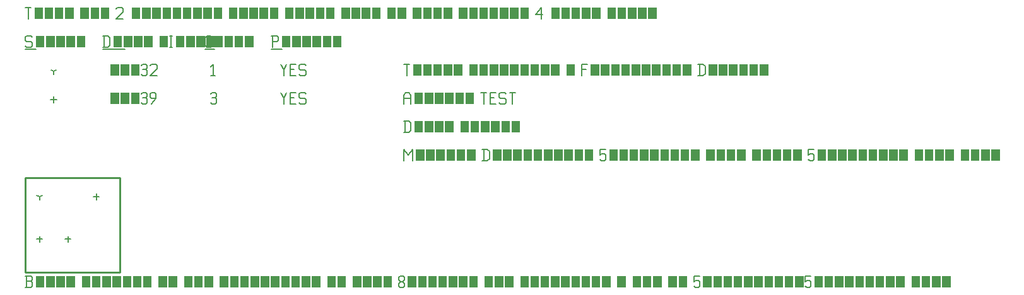
<source format=gbr>
G04 start of page 7 for group -1 layer_idx 16777221 *
G04 Title: (unknown), <virtual group> *
G04 Creator: <version>
G04 CreationDate: <date>
G04 For: TEST *
G04 Format: Gerber/RS-274X *
G04 PCB-Dimensions: 50000 50000 *
G04 PCB-Coordinate-Origin: lower left *
%MOIN*%
%FSLAX25Y25*%
%LNFAB*%
%ADD36C,0.0100*%
%ADD35C,0.0001*%
%ADD34C,0.0060*%
%ADD33C,0.0080*%
G54D33*X37500Y41600D02*Y38400D01*
X35900Y40000D02*X39100D01*
X7500Y19100D02*Y15900D01*
X5900Y17500D02*X9100D01*
X22500Y19100D02*Y15900D01*
X20900Y17500D02*X24100D01*
X15000Y92850D02*Y89650D01*
X13400Y91250D02*X16600D01*
G54D34*X135000Y95000D02*X136500Y92000D01*
X138000Y95000D01*
X136500Y92000D02*Y89000D01*
X139800Y92300D02*X142050D01*
X139800Y89000D02*X142800D01*
X139800Y95000D02*Y89000D01*
Y95000D02*X142800D01*
X147600D02*X148350Y94250D01*
X145350Y95000D02*X147600D01*
X144600Y94250D02*X145350Y95000D01*
X144600Y94250D02*Y92750D01*
X145350Y92000D01*
X147600D01*
X148350Y91250D01*
Y89750D01*
X147600Y89000D02*X148350Y89750D01*
X145350Y89000D02*X147600D01*
X144600Y89750D02*X145350Y89000D01*
X98000Y94250D02*X98750Y95000D01*
X100250D01*
X101000Y94250D01*
X100250Y89000D02*X101000Y89750D01*
X98750Y89000D02*X100250D01*
X98000Y89750D02*X98750Y89000D01*
Y92300D02*X100250D01*
X101000Y94250D02*Y93050D01*
Y91550D02*Y89750D01*
Y91550D02*X100250Y92300D01*
X101000Y93050D02*X100250Y92300D01*
G54D35*G36*
X45000Y95000D02*Y89000D01*
X49500D01*
Y95000D01*
X45000D01*
G37*
G36*
X50400D02*Y89000D01*
X54900D01*
Y95000D01*
X50400D01*
G37*
G36*
X55800D02*Y89000D01*
X60300D01*
Y95000D01*
X55800D01*
G37*
G54D34*X61200Y94250D02*X61950Y95000D01*
X63450D01*
X64200Y94250D01*
X63450Y89000D02*X64200Y89750D01*
X61950Y89000D02*X63450D01*
X61200Y89750D02*X61950Y89000D01*
Y92300D02*X63450D01*
X64200Y94250D02*Y93050D01*
Y91550D02*Y89750D01*
Y91550D02*X63450Y92300D01*
X64200Y93050D02*X63450Y92300D01*
X66750Y89000D02*X69000Y92000D01*
Y94250D02*Y92000D01*
X68250Y95000D02*X69000Y94250D01*
X66750Y95000D02*X68250D01*
X66000Y94250D02*X66750Y95000D01*
X66000Y94250D02*Y92750D01*
X66750Y92000D01*
X69000D01*
X7500Y40000D02*Y38400D01*
Y40000D02*X8887Y40800D01*
X7500Y40000D02*X6113Y40800D01*
X15000Y106250D02*Y104650D01*
Y106250D02*X16387Y107050D01*
X15000Y106250D02*X13613Y107050D01*
X135000Y110000D02*X136500Y107000D01*
X138000Y110000D01*
X136500Y107000D02*Y104000D01*
X139800Y107300D02*X142050D01*
X139800Y104000D02*X142800D01*
X139800Y110000D02*Y104000D01*
Y110000D02*X142800D01*
X147600D02*X148350Y109250D01*
X145350Y110000D02*X147600D01*
X144600Y109250D02*X145350Y110000D01*
X144600Y109250D02*Y107750D01*
X145350Y107000D01*
X147600D01*
X148350Y106250D01*
Y104750D01*
X147600Y104000D02*X148350Y104750D01*
X145350Y104000D02*X147600D01*
X144600Y104750D02*X145350Y104000D01*
X98000Y108800D02*X99200Y110000D01*
Y104000D01*
X98000D02*X100250D01*
G54D35*G36*
X45000Y110000D02*Y104000D01*
X49500D01*
Y110000D01*
X45000D01*
G37*
G36*
X50400D02*Y104000D01*
X54900D01*
Y110000D01*
X50400D01*
G37*
G36*
X55800D02*Y104000D01*
X60300D01*
Y110000D01*
X55800D01*
G37*
G54D34*X61200Y109250D02*X61950Y110000D01*
X63450D01*
X64200Y109250D01*
X63450Y104000D02*X64200Y104750D01*
X61950Y104000D02*X63450D01*
X61200Y104750D02*X61950Y104000D01*
Y107300D02*X63450D01*
X64200Y109250D02*Y108050D01*
Y106550D02*Y104750D01*
Y106550D02*X63450Y107300D01*
X64200Y108050D02*X63450Y107300D01*
X66000Y109250D02*X66750Y110000D01*
X69000D01*
X69750Y109250D01*
Y107750D01*
X66000Y104000D02*X69750Y107750D01*
X66000Y104000D02*X69750D01*
X3000Y125000D02*X3750Y124250D01*
X750Y125000D02*X3000D01*
X0Y124250D02*X750Y125000D01*
X0Y124250D02*Y122750D01*
X750Y122000D01*
X3000D01*
X3750Y121250D01*
Y119750D01*
X3000Y119000D02*X3750Y119750D01*
X750Y119000D02*X3000D01*
X0Y119750D02*X750Y119000D01*
G54D35*G36*
X5550Y125000D02*Y119000D01*
X10050D01*
Y125000D01*
X5550D01*
G37*
G36*
X10950D02*Y119000D01*
X15450D01*
Y125000D01*
X10950D01*
G37*
G36*
X16350D02*Y119000D01*
X20850D01*
Y125000D01*
X16350D01*
G37*
G36*
X21750D02*Y119000D01*
X26250D01*
Y125000D01*
X21750D01*
G37*
G36*
X27150D02*Y119000D01*
X31650D01*
Y125000D01*
X27150D01*
G37*
G54D34*X0Y118000D02*X5550D01*
X41750Y125000D02*Y119000D01*
X43700Y125000D02*X44750Y123950D01*
Y120050D01*
X43700Y119000D02*X44750Y120050D01*
X41000Y119000D02*X43700D01*
X41000Y125000D02*X43700D01*
G54D35*G36*
X46550D02*Y119000D01*
X51050D01*
Y125000D01*
X46550D01*
G37*
G36*
X51950D02*Y119000D01*
X56450D01*
Y125000D01*
X51950D01*
G37*
G36*
X57350D02*Y119000D01*
X61850D01*
Y125000D01*
X57350D01*
G37*
G36*
X62750D02*Y119000D01*
X67250D01*
Y125000D01*
X62750D01*
G37*
G36*
X70850D02*Y119000D01*
X75350D01*
Y125000D01*
X70850D01*
G37*
G54D34*X76250D02*X77750D01*
X77000D02*Y119000D01*
X76250D02*X77750D01*
G54D35*G36*
X79550Y125000D02*Y119000D01*
X84050D01*
Y125000D01*
X79550D01*
G37*
G36*
X84950D02*Y119000D01*
X89450D01*
Y125000D01*
X84950D01*
G37*
G36*
X90350D02*Y119000D01*
X94850D01*
Y125000D01*
X90350D01*
G37*
G36*
X95750D02*Y119000D01*
X100250D01*
Y125000D01*
X95750D01*
G37*
G54D34*X41000Y118000D02*X52550D01*
X96050Y119000D02*X98000D01*
X95000Y120050D02*X96050Y119000D01*
X95000Y123950D02*Y120050D01*
Y123950D02*X96050Y125000D01*
X98000D01*
G54D35*G36*
X99800D02*Y119000D01*
X104300D01*
Y125000D01*
X99800D01*
G37*
G36*
X105200D02*Y119000D01*
X109700D01*
Y125000D01*
X105200D01*
G37*
G36*
X110600D02*Y119000D01*
X115100D01*
Y125000D01*
X110600D01*
G37*
G36*
X116000D02*Y119000D01*
X120500D01*
Y125000D01*
X116000D01*
G37*
G54D34*X95000Y118000D02*X99800D01*
X130750Y125000D02*Y119000D01*
X130000Y125000D02*X133000D01*
X133750Y124250D01*
Y122750D01*
X133000Y122000D02*X133750Y122750D01*
X130750Y122000D02*X133000D01*
G54D35*G36*
X135550Y125000D02*Y119000D01*
X140050D01*
Y125000D01*
X135550D01*
G37*
G36*
X140950D02*Y119000D01*
X145450D01*
Y125000D01*
X140950D01*
G37*
G36*
X146350D02*Y119000D01*
X150850D01*
Y125000D01*
X146350D01*
G37*
G36*
X151750D02*Y119000D01*
X156250D01*
Y125000D01*
X151750D01*
G37*
G36*
X157150D02*Y119000D01*
X161650D01*
Y125000D01*
X157150D01*
G37*
G36*
X162550D02*Y119000D01*
X167050D01*
Y125000D01*
X162550D01*
G37*
G54D34*X130000Y118000D02*X135550D01*
X0Y140000D02*X3000D01*
X1500D02*Y134000D01*
G54D35*G36*
X4800Y140000D02*Y134000D01*
X9300D01*
Y140000D01*
X4800D01*
G37*
G36*
X10200D02*Y134000D01*
X14700D01*
Y140000D01*
X10200D01*
G37*
G36*
X15600D02*Y134000D01*
X20100D01*
Y140000D01*
X15600D01*
G37*
G36*
X21000D02*Y134000D01*
X25500D01*
Y140000D01*
X21000D01*
G37*
G36*
X29100D02*Y134000D01*
X33600D01*
Y140000D01*
X29100D01*
G37*
G36*
X34500D02*Y134000D01*
X39000D01*
Y140000D01*
X34500D01*
G37*
G36*
X39900D02*Y134000D01*
X44400D01*
Y140000D01*
X39900D01*
G37*
G54D34*X48000Y139250D02*X48750Y140000D01*
X51000D01*
X51750Y139250D01*
Y137750D01*
X48000Y134000D02*X51750Y137750D01*
X48000Y134000D02*X51750D01*
G54D35*G36*
X56250Y140000D02*Y134000D01*
X60750D01*
Y140000D01*
X56250D01*
G37*
G36*
X61650D02*Y134000D01*
X66150D01*
Y140000D01*
X61650D01*
G37*
G36*
X67050D02*Y134000D01*
X71550D01*
Y140000D01*
X67050D01*
G37*
G36*
X72450D02*Y134000D01*
X76950D01*
Y140000D01*
X72450D01*
G37*
G36*
X77850D02*Y134000D01*
X82350D01*
Y140000D01*
X77850D01*
G37*
G36*
X83250D02*Y134000D01*
X87750D01*
Y140000D01*
X83250D01*
G37*
G36*
X88650D02*Y134000D01*
X93150D01*
Y140000D01*
X88650D01*
G37*
G36*
X94050D02*Y134000D01*
X98550D01*
Y140000D01*
X94050D01*
G37*
G36*
X99450D02*Y134000D01*
X103950D01*
Y140000D01*
X99450D01*
G37*
G36*
X107550D02*Y134000D01*
X112050D01*
Y140000D01*
X107550D01*
G37*
G36*
X112950D02*Y134000D01*
X117450D01*
Y140000D01*
X112950D01*
G37*
G36*
X118350D02*Y134000D01*
X122850D01*
Y140000D01*
X118350D01*
G37*
G36*
X123750D02*Y134000D01*
X128250D01*
Y140000D01*
X123750D01*
G37*
G36*
X129150D02*Y134000D01*
X133650D01*
Y140000D01*
X129150D01*
G37*
G36*
X137250D02*Y134000D01*
X141750D01*
Y140000D01*
X137250D01*
G37*
G36*
X142650D02*Y134000D01*
X147150D01*
Y140000D01*
X142650D01*
G37*
G36*
X148050D02*Y134000D01*
X152550D01*
Y140000D01*
X148050D01*
G37*
G36*
X153450D02*Y134000D01*
X157950D01*
Y140000D01*
X153450D01*
G37*
G36*
X158850D02*Y134000D01*
X163350D01*
Y140000D01*
X158850D01*
G37*
G36*
X166950D02*Y134000D01*
X171450D01*
Y140000D01*
X166950D01*
G37*
G36*
X172350D02*Y134000D01*
X176850D01*
Y140000D01*
X172350D01*
G37*
G36*
X177750D02*Y134000D01*
X182250D01*
Y140000D01*
X177750D01*
G37*
G36*
X183150D02*Y134000D01*
X187650D01*
Y140000D01*
X183150D01*
G37*
G36*
X191250D02*Y134000D01*
X195750D01*
Y140000D01*
X191250D01*
G37*
G36*
X196650D02*Y134000D01*
X201150D01*
Y140000D01*
X196650D01*
G37*
G36*
X204750D02*Y134000D01*
X209250D01*
Y140000D01*
X204750D01*
G37*
G36*
X210150D02*Y134000D01*
X214650D01*
Y140000D01*
X210150D01*
G37*
G36*
X215550D02*Y134000D01*
X220050D01*
Y140000D01*
X215550D01*
G37*
G36*
X220950D02*Y134000D01*
X225450D01*
Y140000D01*
X220950D01*
G37*
G36*
X229050D02*Y134000D01*
X233550D01*
Y140000D01*
X229050D01*
G37*
G36*
X234450D02*Y134000D01*
X238950D01*
Y140000D01*
X234450D01*
G37*
G36*
X239850D02*Y134000D01*
X244350D01*
Y140000D01*
X239850D01*
G37*
G36*
X245250D02*Y134000D01*
X249750D01*
Y140000D01*
X245250D01*
G37*
G36*
X250650D02*Y134000D01*
X255150D01*
Y140000D01*
X250650D01*
G37*
G36*
X256050D02*Y134000D01*
X260550D01*
Y140000D01*
X256050D01*
G37*
G36*
X261450D02*Y134000D01*
X265950D01*
Y140000D01*
X261450D01*
G37*
G54D34*X269550Y136250D02*X272550Y140000D01*
X269550Y136250D02*X273300D01*
X272550Y140000D02*Y134000D01*
G54D35*G36*
X277800Y140000D02*Y134000D01*
X282300D01*
Y140000D01*
X277800D01*
G37*
G36*
X283200D02*Y134000D01*
X287700D01*
Y140000D01*
X283200D01*
G37*
G36*
X288600D02*Y134000D01*
X293100D01*
Y140000D01*
X288600D01*
G37*
G36*
X294000D02*Y134000D01*
X298500D01*
Y140000D01*
X294000D01*
G37*
G36*
X299400D02*Y134000D01*
X303900D01*
Y140000D01*
X299400D01*
G37*
G36*
X307500D02*Y134000D01*
X312000D01*
Y140000D01*
X307500D01*
G37*
G36*
X312900D02*Y134000D01*
X317400D01*
Y140000D01*
X312900D01*
G37*
G36*
X318300D02*Y134000D01*
X322800D01*
Y140000D01*
X318300D01*
G37*
G36*
X323700D02*Y134000D01*
X328200D01*
Y140000D01*
X323700D01*
G37*
G36*
X329100D02*Y134000D01*
X333600D01*
Y140000D01*
X329100D01*
G37*
G54D36*X0Y50000D02*X50000D01*
X0D02*Y0D01*
X50000Y50000D02*Y0D01*
X0D02*X50000D01*
G54D34*X200000Y65000D02*Y59000D01*
Y65000D02*X202250Y62000D01*
X204500Y65000D01*
Y59000D01*
G54D35*G36*
X206300Y65000D02*Y59000D01*
X210800D01*
Y65000D01*
X206300D01*
G37*
G36*
X211700D02*Y59000D01*
X216200D01*
Y65000D01*
X211700D01*
G37*
G36*
X217100D02*Y59000D01*
X221600D01*
Y65000D01*
X217100D01*
G37*
G36*
X222500D02*Y59000D01*
X227000D01*
Y65000D01*
X222500D01*
G37*
G36*
X227900D02*Y59000D01*
X232400D01*
Y65000D01*
X227900D01*
G37*
G36*
X233300D02*Y59000D01*
X237800D01*
Y65000D01*
X233300D01*
G37*
G54D34*X242150D02*Y59000D01*
X244100Y65000D02*X245150Y63950D01*
Y60050D01*
X244100Y59000D02*X245150Y60050D01*
X241400Y59000D02*X244100D01*
X241400Y65000D02*X244100D01*
G54D35*G36*
X246950D02*Y59000D01*
X251450D01*
Y65000D01*
X246950D01*
G37*
G36*
X252350D02*Y59000D01*
X256850D01*
Y65000D01*
X252350D01*
G37*
G36*
X257750D02*Y59000D01*
X262250D01*
Y65000D01*
X257750D01*
G37*
G36*
X263150D02*Y59000D01*
X267650D01*
Y65000D01*
X263150D01*
G37*
G36*
X268550D02*Y59000D01*
X273050D01*
Y65000D01*
X268550D01*
G37*
G36*
X273950D02*Y59000D01*
X278450D01*
Y65000D01*
X273950D01*
G37*
G36*
X279350D02*Y59000D01*
X283850D01*
Y65000D01*
X279350D01*
G37*
G36*
X284750D02*Y59000D01*
X289250D01*
Y65000D01*
X284750D01*
G37*
G36*
X290150D02*Y59000D01*
X294650D01*
Y65000D01*
X290150D01*
G37*
G36*
X295550D02*Y59000D01*
X300050D01*
Y65000D01*
X295550D01*
G37*
G54D34*X303650D02*X306650D01*
X303650D02*Y62000D01*
X304400Y62750D01*
X305900D01*
X306650Y62000D01*
Y59750D01*
X305900Y59000D02*X306650Y59750D01*
X304400Y59000D02*X305900D01*
X303650Y59750D02*X304400Y59000D01*
G54D35*G36*
X308450Y65000D02*Y59000D01*
X312950D01*
Y65000D01*
X308450D01*
G37*
G36*
X313850D02*Y59000D01*
X318350D01*
Y65000D01*
X313850D01*
G37*
G36*
X319250D02*Y59000D01*
X323750D01*
Y65000D01*
X319250D01*
G37*
G36*
X324650D02*Y59000D01*
X329150D01*
Y65000D01*
X324650D01*
G37*
G36*
X330050D02*Y59000D01*
X334550D01*
Y65000D01*
X330050D01*
G37*
G36*
X335450D02*Y59000D01*
X339950D01*
Y65000D01*
X335450D01*
G37*
G36*
X340850D02*Y59000D01*
X345350D01*
Y65000D01*
X340850D01*
G37*
G36*
X346250D02*Y59000D01*
X350750D01*
Y65000D01*
X346250D01*
G37*
G36*
X351650D02*Y59000D01*
X356150D01*
Y65000D01*
X351650D01*
G37*
G36*
X359750D02*Y59000D01*
X364250D01*
Y65000D01*
X359750D01*
G37*
G36*
X365150D02*Y59000D01*
X369650D01*
Y65000D01*
X365150D01*
G37*
G36*
X370550D02*Y59000D01*
X375050D01*
Y65000D01*
X370550D01*
G37*
G36*
X375950D02*Y59000D01*
X380450D01*
Y65000D01*
X375950D01*
G37*
G36*
X384050D02*Y59000D01*
X388550D01*
Y65000D01*
X384050D01*
G37*
G36*
X389450D02*Y59000D01*
X393950D01*
Y65000D01*
X389450D01*
G37*
G36*
X394850D02*Y59000D01*
X399350D01*
Y65000D01*
X394850D01*
G37*
G36*
X400250D02*Y59000D01*
X404750D01*
Y65000D01*
X400250D01*
G37*
G36*
X405650D02*Y59000D01*
X410150D01*
Y65000D01*
X405650D01*
G37*
G54D34*X413750D02*X416750D01*
X413750D02*Y62000D01*
X414500Y62750D01*
X416000D01*
X416750Y62000D01*
Y59750D01*
X416000Y59000D02*X416750Y59750D01*
X414500Y59000D02*X416000D01*
X413750Y59750D02*X414500Y59000D01*
G54D35*G36*
X418550Y65000D02*Y59000D01*
X423050D01*
Y65000D01*
X418550D01*
G37*
G36*
X423950D02*Y59000D01*
X428450D01*
Y65000D01*
X423950D01*
G37*
G36*
X429350D02*Y59000D01*
X433850D01*
Y65000D01*
X429350D01*
G37*
G36*
X434750D02*Y59000D01*
X439250D01*
Y65000D01*
X434750D01*
G37*
G36*
X440150D02*Y59000D01*
X444650D01*
Y65000D01*
X440150D01*
G37*
G36*
X445550D02*Y59000D01*
X450050D01*
Y65000D01*
X445550D01*
G37*
G36*
X450950D02*Y59000D01*
X455450D01*
Y65000D01*
X450950D01*
G37*
G36*
X456350D02*Y59000D01*
X460850D01*
Y65000D01*
X456350D01*
G37*
G36*
X461750D02*Y59000D01*
X466250D01*
Y65000D01*
X461750D01*
G37*
G36*
X469850D02*Y59000D01*
X474350D01*
Y65000D01*
X469850D01*
G37*
G36*
X475250D02*Y59000D01*
X479750D01*
Y65000D01*
X475250D01*
G37*
G36*
X480650D02*Y59000D01*
X485150D01*
Y65000D01*
X480650D01*
G37*
G36*
X486050D02*Y59000D01*
X490550D01*
Y65000D01*
X486050D01*
G37*
G36*
X494150D02*Y59000D01*
X498650D01*
Y65000D01*
X494150D01*
G37*
G36*
X499550D02*Y59000D01*
X504050D01*
Y65000D01*
X499550D01*
G37*
G36*
X504950D02*Y59000D01*
X509450D01*
Y65000D01*
X504950D01*
G37*
G36*
X510350D02*Y59000D01*
X514850D01*
Y65000D01*
X510350D01*
G37*
G54D34*X0Y-8000D02*X3000D01*
X3750Y-7250D01*
Y-5450D02*Y-7250D01*
X3000Y-4700D02*X3750Y-5450D01*
X750Y-4700D02*X3000D01*
X750Y-2000D02*Y-8000D01*
X0Y-2000D02*X3000D01*
X3750Y-2750D01*
Y-3950D01*
X3000Y-4700D02*X3750Y-3950D01*
G54D35*G36*
X5550Y-2000D02*Y-8000D01*
X10050D01*
Y-2000D01*
X5550D01*
G37*
G36*
X10950D02*Y-8000D01*
X15450D01*
Y-2000D01*
X10950D01*
G37*
G36*
X16350D02*Y-8000D01*
X20850D01*
Y-2000D01*
X16350D01*
G37*
G36*
X21750D02*Y-8000D01*
X26250D01*
Y-2000D01*
X21750D01*
G37*
G36*
X29850D02*Y-8000D01*
X34350D01*
Y-2000D01*
X29850D01*
G37*
G36*
X35250D02*Y-8000D01*
X39750D01*
Y-2000D01*
X35250D01*
G37*
G36*
X40650D02*Y-8000D01*
X45150D01*
Y-2000D01*
X40650D01*
G37*
G36*
X46050D02*Y-8000D01*
X50550D01*
Y-2000D01*
X46050D01*
G37*
G36*
X51450D02*Y-8000D01*
X55950D01*
Y-2000D01*
X51450D01*
G37*
G36*
X56850D02*Y-8000D01*
X61350D01*
Y-2000D01*
X56850D01*
G37*
G36*
X62250D02*Y-8000D01*
X66750D01*
Y-2000D01*
X62250D01*
G37*
G36*
X70350D02*Y-8000D01*
X74850D01*
Y-2000D01*
X70350D01*
G37*
G36*
X75750D02*Y-8000D01*
X80250D01*
Y-2000D01*
X75750D01*
G37*
G36*
X83850D02*Y-8000D01*
X88350D01*
Y-2000D01*
X83850D01*
G37*
G36*
X89250D02*Y-8000D01*
X93750D01*
Y-2000D01*
X89250D01*
G37*
G36*
X94650D02*Y-8000D01*
X99150D01*
Y-2000D01*
X94650D01*
G37*
G36*
X102750D02*Y-8000D01*
X107250D01*
Y-2000D01*
X102750D01*
G37*
G36*
X108150D02*Y-8000D01*
X112650D01*
Y-2000D01*
X108150D01*
G37*
G36*
X113550D02*Y-8000D01*
X118050D01*
Y-2000D01*
X113550D01*
G37*
G36*
X118950D02*Y-8000D01*
X123450D01*
Y-2000D01*
X118950D01*
G37*
G36*
X124350D02*Y-8000D01*
X128850D01*
Y-2000D01*
X124350D01*
G37*
G36*
X129750D02*Y-8000D01*
X134250D01*
Y-2000D01*
X129750D01*
G37*
G36*
X135150D02*Y-8000D01*
X139650D01*
Y-2000D01*
X135150D01*
G37*
G36*
X140550D02*Y-8000D01*
X145050D01*
Y-2000D01*
X140550D01*
G37*
G36*
X145950D02*Y-8000D01*
X150450D01*
Y-2000D01*
X145950D01*
G37*
G36*
X151350D02*Y-8000D01*
X155850D01*
Y-2000D01*
X151350D01*
G37*
G36*
X159450D02*Y-8000D01*
X163950D01*
Y-2000D01*
X159450D01*
G37*
G36*
X164850D02*Y-8000D01*
X169350D01*
Y-2000D01*
X164850D01*
G37*
G36*
X172950D02*Y-8000D01*
X177450D01*
Y-2000D01*
X172950D01*
G37*
G36*
X178350D02*Y-8000D01*
X182850D01*
Y-2000D01*
X178350D01*
G37*
G36*
X183750D02*Y-8000D01*
X188250D01*
Y-2000D01*
X183750D01*
G37*
G36*
X189150D02*Y-8000D01*
X193650D01*
Y-2000D01*
X189150D01*
G37*
G54D34*X197250Y-7250D02*X198000Y-8000D01*
X197250Y-6050D02*Y-7250D01*
Y-6050D02*X198300Y-5000D01*
X199200D01*
X200250Y-6050D01*
Y-7250D01*
X199500Y-8000D02*X200250Y-7250D01*
X198000Y-8000D02*X199500D01*
X197250Y-3950D02*X198300Y-5000D01*
X197250Y-2750D02*Y-3950D01*
Y-2750D02*X198000Y-2000D01*
X199500D01*
X200250Y-2750D01*
Y-3950D01*
X199200Y-5000D02*X200250Y-3950D01*
G54D35*G36*
X202050Y-2000D02*Y-8000D01*
X206550D01*
Y-2000D01*
X202050D01*
G37*
G36*
X207450D02*Y-8000D01*
X211950D01*
Y-2000D01*
X207450D01*
G37*
G36*
X212850D02*Y-8000D01*
X217350D01*
Y-2000D01*
X212850D01*
G37*
G36*
X218250D02*Y-8000D01*
X222750D01*
Y-2000D01*
X218250D01*
G37*
G36*
X223650D02*Y-8000D01*
X228150D01*
Y-2000D01*
X223650D01*
G37*
G36*
X229050D02*Y-8000D01*
X233550D01*
Y-2000D01*
X229050D01*
G37*
G36*
X234450D02*Y-8000D01*
X238950D01*
Y-2000D01*
X234450D01*
G37*
G36*
X242550D02*Y-8000D01*
X247050D01*
Y-2000D01*
X242550D01*
G37*
G36*
X247950D02*Y-8000D01*
X252450D01*
Y-2000D01*
X247950D01*
G37*
G36*
X253350D02*Y-8000D01*
X257850D01*
Y-2000D01*
X253350D01*
G37*
G36*
X261450D02*Y-8000D01*
X265950D01*
Y-2000D01*
X261450D01*
G37*
G36*
X266850D02*Y-8000D01*
X271350D01*
Y-2000D01*
X266850D01*
G37*
G36*
X272250D02*Y-8000D01*
X276750D01*
Y-2000D01*
X272250D01*
G37*
G36*
X277650D02*Y-8000D01*
X282150D01*
Y-2000D01*
X277650D01*
G37*
G36*
X283050D02*Y-8000D01*
X287550D01*
Y-2000D01*
X283050D01*
G37*
G36*
X288450D02*Y-8000D01*
X292950D01*
Y-2000D01*
X288450D01*
G37*
G36*
X293850D02*Y-8000D01*
X298350D01*
Y-2000D01*
X293850D01*
G37*
G36*
X299250D02*Y-8000D01*
X303750D01*
Y-2000D01*
X299250D01*
G37*
G36*
X304650D02*Y-8000D01*
X309150D01*
Y-2000D01*
X304650D01*
G37*
G36*
X312750D02*Y-8000D01*
X317250D01*
Y-2000D01*
X312750D01*
G37*
G36*
X320850D02*Y-8000D01*
X325350D01*
Y-2000D01*
X320850D01*
G37*
G36*
X326250D02*Y-8000D01*
X330750D01*
Y-2000D01*
X326250D01*
G37*
G36*
X331650D02*Y-8000D01*
X336150D01*
Y-2000D01*
X331650D01*
G37*
G36*
X339750D02*Y-8000D01*
X344250D01*
Y-2000D01*
X339750D01*
G37*
G36*
X345150D02*Y-8000D01*
X349650D01*
Y-2000D01*
X345150D01*
G37*
G54D34*X353250D02*X356250D01*
X353250D02*Y-5000D01*
X354000Y-4250D01*
X355500D01*
X356250Y-5000D01*
Y-7250D01*
X355500Y-8000D02*X356250Y-7250D01*
X354000Y-8000D02*X355500D01*
X353250Y-7250D02*X354000Y-8000D01*
G54D35*G36*
X358050Y-2000D02*Y-8000D01*
X362550D01*
Y-2000D01*
X358050D01*
G37*
G36*
X363450D02*Y-8000D01*
X367950D01*
Y-2000D01*
X363450D01*
G37*
G36*
X368850D02*Y-8000D01*
X373350D01*
Y-2000D01*
X368850D01*
G37*
G36*
X374250D02*Y-8000D01*
X378750D01*
Y-2000D01*
X374250D01*
G37*
G36*
X379650D02*Y-8000D01*
X384150D01*
Y-2000D01*
X379650D01*
G37*
G36*
X385050D02*Y-8000D01*
X389550D01*
Y-2000D01*
X385050D01*
G37*
G36*
X390450D02*Y-8000D01*
X394950D01*
Y-2000D01*
X390450D01*
G37*
G36*
X395850D02*Y-8000D01*
X400350D01*
Y-2000D01*
X395850D01*
G37*
G36*
X401250D02*Y-8000D01*
X405750D01*
Y-2000D01*
X401250D01*
G37*
G36*
X406650D02*Y-8000D01*
X411150D01*
Y-2000D01*
X406650D01*
G37*
G54D34*X412050D02*X415050D01*
X412050D02*Y-5000D01*
X412800Y-4250D01*
X414300D01*
X415050Y-5000D01*
Y-7250D01*
X414300Y-8000D02*X415050Y-7250D01*
X412800Y-8000D02*X414300D01*
X412050Y-7250D02*X412800Y-8000D01*
G54D35*G36*
X416850Y-2000D02*Y-8000D01*
X421350D01*
Y-2000D01*
X416850D01*
G37*
G36*
X422250D02*Y-8000D01*
X426750D01*
Y-2000D01*
X422250D01*
G37*
G36*
X427650D02*Y-8000D01*
X432150D01*
Y-2000D01*
X427650D01*
G37*
G36*
X433050D02*Y-8000D01*
X437550D01*
Y-2000D01*
X433050D01*
G37*
G36*
X438450D02*Y-8000D01*
X442950D01*
Y-2000D01*
X438450D01*
G37*
G36*
X443850D02*Y-8000D01*
X448350D01*
Y-2000D01*
X443850D01*
G37*
G36*
X449250D02*Y-8000D01*
X453750D01*
Y-2000D01*
X449250D01*
G37*
G36*
X454650D02*Y-8000D01*
X459150D01*
Y-2000D01*
X454650D01*
G37*
G36*
X460050D02*Y-8000D01*
X464550D01*
Y-2000D01*
X460050D01*
G37*
G36*
X468150D02*Y-8000D01*
X472650D01*
Y-2000D01*
X468150D01*
G37*
G36*
X473550D02*Y-8000D01*
X478050D01*
Y-2000D01*
X473550D01*
G37*
G36*
X478950D02*Y-8000D01*
X483450D01*
Y-2000D01*
X478950D01*
G37*
G36*
X484350D02*Y-8000D01*
X488850D01*
Y-2000D01*
X484350D01*
G37*
G54D34*X200750Y80000D02*Y74000D01*
X202700Y80000D02*X203750Y78950D01*
Y75050D01*
X202700Y74000D02*X203750Y75050D01*
X200000Y74000D02*X202700D01*
X200000Y80000D02*X202700D01*
G54D35*G36*
X205550D02*Y74000D01*
X210050D01*
Y80000D01*
X205550D01*
G37*
G36*
X210950D02*Y74000D01*
X215450D01*
Y80000D01*
X210950D01*
G37*
G36*
X216350D02*Y74000D01*
X220850D01*
Y80000D01*
X216350D01*
G37*
G36*
X221750D02*Y74000D01*
X226250D01*
Y80000D01*
X221750D01*
G37*
G36*
X229850D02*Y74000D01*
X234350D01*
Y80000D01*
X229850D01*
G37*
G36*
X235250D02*Y74000D01*
X239750D01*
Y80000D01*
X235250D01*
G37*
G36*
X240650D02*Y74000D01*
X245150D01*
Y80000D01*
X240650D01*
G37*
G36*
X246050D02*Y74000D01*
X250550D01*
Y80000D01*
X246050D01*
G37*
G36*
X251450D02*Y74000D01*
X255950D01*
Y80000D01*
X251450D01*
G37*
G36*
X256850D02*Y74000D01*
X261350D01*
Y80000D01*
X256850D01*
G37*
G54D34*X200000Y93500D02*Y89000D01*
Y93500D02*X201050Y95000D01*
X202700D01*
X203750Y93500D01*
Y89000D01*
X200000Y92000D02*X203750D01*
G54D35*G36*
X205550Y95000D02*Y89000D01*
X210050D01*
Y95000D01*
X205550D01*
G37*
G36*
X210950D02*Y89000D01*
X215450D01*
Y95000D01*
X210950D01*
G37*
G36*
X216350D02*Y89000D01*
X220850D01*
Y95000D01*
X216350D01*
G37*
G36*
X221750D02*Y89000D01*
X226250D01*
Y95000D01*
X221750D01*
G37*
G36*
X227150D02*Y89000D01*
X231650D01*
Y95000D01*
X227150D01*
G37*
G36*
X232550D02*Y89000D01*
X237050D01*
Y95000D01*
X232550D01*
G37*
G54D34*X240650D02*X243650D01*
X242150D02*Y89000D01*
X245450Y92300D02*X247700D01*
X245450Y89000D02*X248450D01*
X245450Y95000D02*Y89000D01*
Y95000D02*X248450D01*
X253250D02*X254000Y94250D01*
X251000Y95000D02*X253250D01*
X250250Y94250D02*X251000Y95000D01*
X250250Y94250D02*Y92750D01*
X251000Y92000D01*
X253250D01*
X254000Y91250D01*
Y89750D01*
X253250Y89000D02*X254000Y89750D01*
X251000Y89000D02*X253250D01*
X250250Y89750D02*X251000Y89000D01*
X255800Y95000D02*X258800D01*
X257300D02*Y89000D01*
X200000Y110000D02*X203000D01*
X201500D02*Y104000D01*
G54D35*G36*
X204800Y110000D02*Y104000D01*
X209300D01*
Y110000D01*
X204800D01*
G37*
G36*
X210200D02*Y104000D01*
X214700D01*
Y110000D01*
X210200D01*
G37*
G36*
X215600D02*Y104000D01*
X220100D01*
Y110000D01*
X215600D01*
G37*
G36*
X221000D02*Y104000D01*
X225500D01*
Y110000D01*
X221000D01*
G37*
G36*
X226400D02*Y104000D01*
X230900D01*
Y110000D01*
X226400D01*
G37*
G36*
X234500D02*Y104000D01*
X239000D01*
Y110000D01*
X234500D01*
G37*
G36*
X239900D02*Y104000D01*
X244400D01*
Y110000D01*
X239900D01*
G37*
G36*
X245300D02*Y104000D01*
X249800D01*
Y110000D01*
X245300D01*
G37*
G36*
X250700D02*Y104000D01*
X255200D01*
Y110000D01*
X250700D01*
G37*
G36*
X256100D02*Y104000D01*
X260600D01*
Y110000D01*
X256100D01*
G37*
G36*
X261500D02*Y104000D01*
X266000D01*
Y110000D01*
X261500D01*
G37*
G36*
X266900D02*Y104000D01*
X271400D01*
Y110000D01*
X266900D01*
G37*
G36*
X272300D02*Y104000D01*
X276800D01*
Y110000D01*
X272300D01*
G37*
G36*
X277700D02*Y104000D01*
X282200D01*
Y110000D01*
X277700D01*
G37*
G36*
X285800D02*Y104000D01*
X290300D01*
Y110000D01*
X285800D01*
G37*
G54D34*X293900D02*Y104000D01*
Y110000D02*X296900D01*
X293900Y107300D02*X296150D01*
G54D35*G36*
X298700Y110000D02*Y104000D01*
X303200D01*
Y110000D01*
X298700D01*
G37*
G36*
X304100D02*Y104000D01*
X308600D01*
Y110000D01*
X304100D01*
G37*
G36*
X309500D02*Y104000D01*
X314000D01*
Y110000D01*
X309500D01*
G37*
G36*
X314900D02*Y104000D01*
X319400D01*
Y110000D01*
X314900D01*
G37*
G36*
X320300D02*Y104000D01*
X324800D01*
Y110000D01*
X320300D01*
G37*
G36*
X325700D02*Y104000D01*
X330200D01*
Y110000D01*
X325700D01*
G37*
G36*
X331100D02*Y104000D01*
X335600D01*
Y110000D01*
X331100D01*
G37*
G36*
X336500D02*Y104000D01*
X341000D01*
Y110000D01*
X336500D01*
G37*
G36*
X341900D02*Y104000D01*
X346400D01*
Y110000D01*
X341900D01*
G37*
G36*
X347300D02*Y104000D01*
X351800D01*
Y110000D01*
X347300D01*
G37*
G54D34*X356150D02*Y104000D01*
X358100Y110000D02*X359150Y108950D01*
Y105050D01*
X358100Y104000D02*X359150Y105050D01*
X355400Y104000D02*X358100D01*
X355400Y110000D02*X358100D01*
G54D35*G36*
X360950D02*Y104000D01*
X365450D01*
Y110000D01*
X360950D01*
G37*
G36*
X366350D02*Y104000D01*
X370850D01*
Y110000D01*
X366350D01*
G37*
G36*
X371750D02*Y104000D01*
X376250D01*
Y110000D01*
X371750D01*
G37*
G36*
X377150D02*Y104000D01*
X381650D01*
Y110000D01*
X377150D01*
G37*
G36*
X382550D02*Y104000D01*
X387050D01*
Y110000D01*
X382550D01*
G37*
G36*
X387950D02*Y104000D01*
X392450D01*
Y110000D01*
X387950D01*
G37*
M02*

</source>
